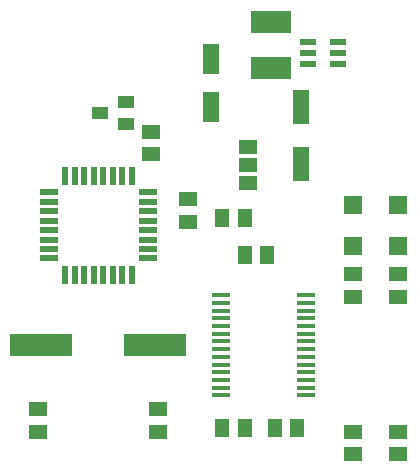
<source format=gbr>
G04 EAGLE Gerber RS-274X export*
G75*
%MOMM*%
%FSLAX34Y34*%
%LPD*%
%INSolderpaste Top*%
%IPPOS*%
%AMOC8*
5,1,8,0,0,1.08239X$1,22.5*%
G01*
%ADD10R,1.500000X1.300000*%
%ADD11R,1.500000X0.400000*%
%ADD12R,5.334000X1.930400*%
%ADD13R,1.500000X0.550000*%
%ADD14R,0.550000X1.500000*%
%ADD15R,1.300000X1.500000*%
%ADD16R,1.400000X3.000000*%
%ADD17R,1.400000X2.600000*%
%ADD18R,1.600200X1.168400*%
%ADD19R,1.400000X1.000000*%
%ADD20R,1.500000X1.500000*%
%ADD21R,3.400000X1.900000*%
%ADD22R,1.320800X0.558800*%


D10*
X292100Y66700D03*
X292100Y85700D03*
X190500Y66700D03*
X190500Y85700D03*
D11*
X344750Y181950D03*
X344750Y175450D03*
X344750Y168950D03*
X344750Y162450D03*
X344750Y155950D03*
X344750Y149450D03*
X344750Y142950D03*
X344750Y136450D03*
X344750Y129950D03*
X344750Y123450D03*
X344750Y116950D03*
X344750Y110450D03*
X344750Y103950D03*
X344750Y97450D03*
X417250Y97450D03*
X417250Y103950D03*
X417250Y110450D03*
X417250Y116950D03*
X417250Y123450D03*
X417250Y129950D03*
X417250Y136450D03*
X417250Y142950D03*
X417250Y149450D03*
X417250Y155950D03*
X417250Y162450D03*
X417250Y168950D03*
X417250Y175450D03*
X417250Y181950D03*
D12*
X193040Y139700D03*
X289560Y139700D03*
D13*
X283300Y213300D03*
X283300Y221300D03*
X283300Y229300D03*
X283300Y237300D03*
X283300Y245300D03*
X283300Y253300D03*
X283300Y261300D03*
X283300Y269300D03*
D14*
X269300Y283300D03*
X261300Y283300D03*
X253300Y283300D03*
X245300Y283300D03*
X237300Y283300D03*
X229300Y283300D03*
X221300Y283300D03*
X213300Y283300D03*
D13*
X199300Y269300D03*
X199300Y261300D03*
X199300Y253300D03*
X199300Y245300D03*
X199300Y237300D03*
X199300Y229300D03*
X199300Y221300D03*
X199300Y213300D03*
D14*
X213300Y199300D03*
X221300Y199300D03*
X229300Y199300D03*
X237300Y199300D03*
X245300Y199300D03*
X253300Y199300D03*
X261300Y199300D03*
X269300Y199300D03*
D15*
X365150Y215900D03*
X384150Y215900D03*
D10*
X317500Y244500D03*
X317500Y263500D03*
D16*
X412750Y341500D03*
X412750Y293500D03*
D17*
X336550Y382450D03*
X336550Y341450D03*
D18*
X368300Y276860D03*
X368300Y292100D03*
X368300Y307340D03*
D15*
X346100Y247650D03*
X365100Y247650D03*
D19*
X243000Y336550D03*
X265000Y346050D03*
X265000Y327050D03*
D10*
X285750Y301650D03*
X285750Y320650D03*
D15*
X409550Y69850D03*
X390550Y69850D03*
D20*
X457200Y223800D03*
X457200Y258800D03*
X495300Y223800D03*
X495300Y258800D03*
D10*
X457200Y200000D03*
X457200Y181000D03*
X495300Y200000D03*
X495300Y181000D03*
D21*
X387350Y413200D03*
X387350Y374200D03*
D22*
X444500Y377952D03*
X444500Y387350D03*
X444500Y396748D03*
X419100Y396748D03*
X419100Y387350D03*
X419100Y377952D03*
D10*
X495300Y66650D03*
X495300Y47650D03*
X457200Y66650D03*
X457200Y47650D03*
D15*
X346100Y69850D03*
X365100Y69850D03*
M02*

</source>
